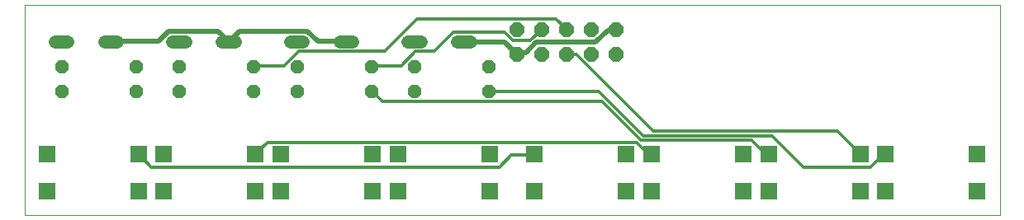
<source format=gbl>
G75*
%MOIN*%
%OFA0B0*%
%FSLAX25Y25*%
%IPPOS*%
%LPD*%
%AMOC8*
5,1,8,0,0,1.08239X$1,22.5*
%
%ADD10C,0.00000*%
%ADD11C,0.05200*%
%ADD12OC8,0.06000*%
%ADD13OC8,0.05200*%
%ADD14R,0.07087X0.07087*%
%ADD15C,0.01200*%
%ADD16C,0.02000*%
D10*
X0001000Y0001250D02*
X0001000Y0086211D01*
X0394701Y0086211D01*
X0394701Y0001250D01*
X0001000Y0001250D01*
D11*
X0013400Y0071250D02*
X0018600Y0071250D01*
X0033400Y0071250D02*
X0038600Y0071250D01*
X0060900Y0071250D02*
X0066100Y0071250D01*
X0080900Y0071250D02*
X0086100Y0071250D01*
X0108400Y0071250D02*
X0113600Y0071250D01*
X0128400Y0071250D02*
X0133600Y0071250D01*
X0155900Y0071250D02*
X0161100Y0071250D01*
X0175900Y0071250D02*
X0181100Y0071250D01*
D12*
X0199701Y0066250D03*
X0209701Y0066250D03*
X0219701Y0066250D03*
X0229701Y0066250D03*
X0239701Y0066250D03*
X0239701Y0076250D03*
X0229701Y0076250D03*
X0219701Y0076250D03*
X0209701Y0076250D03*
X0199701Y0076250D03*
D13*
X0188500Y0061250D03*
X0158500Y0061250D03*
X0141000Y0061250D03*
X0111000Y0061250D03*
X0093500Y0061250D03*
X0063500Y0061250D03*
X0046000Y0061250D03*
X0016000Y0061250D03*
X0016000Y0051250D03*
X0046000Y0051250D03*
X0063500Y0051250D03*
X0093500Y0051250D03*
X0111000Y0051250D03*
X0141000Y0051250D03*
X0158500Y0051250D03*
X0188500Y0051250D03*
D14*
X0188795Y0025659D03*
X0206906Y0025659D03*
X0243913Y0025659D03*
X0254150Y0025659D03*
X0291157Y0025659D03*
X0301394Y0025659D03*
X0338402Y0025659D03*
X0348638Y0025659D03*
X0385646Y0025659D03*
X0385646Y0010699D03*
X0348638Y0010699D03*
X0338402Y0010699D03*
X0301394Y0010699D03*
X0291157Y0010699D03*
X0254150Y0010699D03*
X0243913Y0010699D03*
X0206906Y0010699D03*
X0188795Y0010699D03*
X0151787Y0010699D03*
X0141551Y0010699D03*
X0104543Y0010699D03*
X0094307Y0010699D03*
X0057299Y0010699D03*
X0047063Y0010699D03*
X0010055Y0010699D03*
X0010055Y0025659D03*
X0047063Y0025659D03*
X0057299Y0025659D03*
X0094307Y0025659D03*
X0104543Y0025659D03*
X0141551Y0025659D03*
X0151787Y0025659D03*
D15*
X0192700Y0020600D02*
X0052300Y0020600D01*
X0047350Y0025550D01*
X0047063Y0025659D01*
X0094307Y0025659D02*
X0094600Y0026000D01*
X0099100Y0030500D01*
X0248050Y0030500D01*
X0252550Y0026000D01*
X0253900Y0026000D01*
X0254150Y0025659D01*
X0249850Y0031400D02*
X0234100Y0047150D01*
X0145450Y0047150D01*
X0141400Y0051200D01*
X0141000Y0051250D01*
X0141000Y0061250D02*
X0141400Y0061550D01*
X0153100Y0061550D01*
X0158950Y0067400D01*
X0166600Y0067400D01*
X0174250Y0075050D01*
X0194950Y0075050D01*
X0198100Y0071900D01*
X0205300Y0071900D01*
X0209350Y0075950D01*
X0209701Y0076250D01*
X0215650Y0080450D02*
X0219700Y0076400D01*
X0219701Y0076250D01*
X0215650Y0080450D02*
X0159400Y0080450D01*
X0146350Y0067400D01*
X0111700Y0067400D01*
X0105850Y0061550D01*
X0093700Y0061550D01*
X0093500Y0061250D01*
X0188500Y0051250D02*
X0188650Y0051200D01*
X0232750Y0051200D01*
X0250750Y0033200D01*
X0302950Y0033200D01*
X0315550Y0020600D01*
X0342550Y0020600D01*
X0347500Y0025550D01*
X0348400Y0025550D01*
X0348638Y0025659D01*
X0338402Y0025659D02*
X0338050Y0026000D01*
X0329050Y0035000D01*
X0254800Y0035000D01*
X0223750Y0066050D01*
X0220150Y0066050D01*
X0219701Y0066250D01*
X0249850Y0031400D02*
X0294400Y0031400D01*
X0299800Y0026000D01*
X0301150Y0026000D01*
X0301394Y0025659D01*
X0206906Y0025659D02*
X0206650Y0025550D01*
X0197650Y0025550D01*
X0192700Y0020600D01*
D16*
X0199701Y0066250D02*
X0200350Y0066950D01*
X0203500Y0066950D01*
X0207550Y0071000D01*
X0231400Y0071000D01*
X0236350Y0075950D01*
X0239500Y0075950D01*
X0239701Y0076250D01*
X0199701Y0066250D02*
X0199450Y0066500D01*
X0194950Y0071000D01*
X0178750Y0071000D01*
X0178500Y0071250D01*
X0131000Y0071250D02*
X0130600Y0071450D01*
X0119350Y0071450D01*
X0115300Y0075500D01*
X0087850Y0075500D01*
X0084250Y0071900D01*
X0083500Y0071250D01*
X0083350Y0071450D01*
X0079300Y0075500D01*
X0059050Y0075500D01*
X0055000Y0071450D01*
X0036100Y0071450D01*
X0036000Y0071250D01*
M02*

</source>
